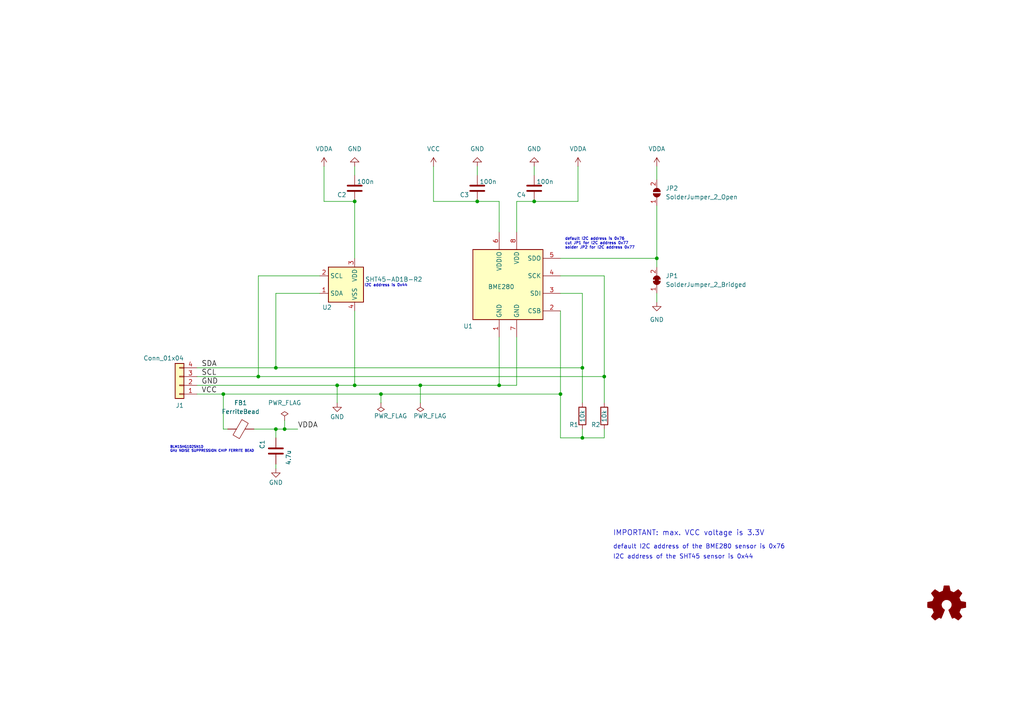
<source format=kicad_sch>
(kicad_sch (version 20230121) (generator eeschema)
  (paper "A4")
  (title_block (title "I2C_Module_SHT45_BME280_small_FUEL4EP") (date "2024-04-16") (rev "1.3") (company "FUEL4EP") (comment 1 "fitting to  HB_Stamp_ATMega1284P_FUEL4EP") (comment 2 "Creative Commons License, non-commercial"))
  (lib_symbols
    (symbol "Connector_Generic:Conn_01x04" (pin_names (offset 1.016) hide)
      (property "Reference" "J" (at 0 5.08 0))
      (property "Value" "Conn_01x04" (at 0 -7.62 0))
      (symbol "Conn_01x04_1_1"
        (rectangle (start -1.27 -4.953) (end 0 -5.207) (stroke (width 0.1524)))
        (rectangle (start -1.27 -2.413) (end 0 -2.667) (stroke (width 0.1524)))
        (rectangle (start -1.27 0.127) (end 0 -0.127) (stroke (width 0.1524)))
        (rectangle (start -1.27 2.667) (end 0 2.413) (stroke (width 0.1524)))
        (rectangle (start -1.27 3.81) (end 1.27 -6.35) (stroke (width 0.254)) (fill (type background)))
        (pin passive line (at -5.08 2.54 0) (length 3.81) (name "Pin_1") (number "1"))
        (pin passive line (at -5.08 0 0) (length 3.81) (name "Pin_2") (number "2"))
        (pin passive line (at -5.08 -2.54 0) (length 3.81) (name "Pin_3") (number "3"))
        (pin passive line (at -5.08 -5.08 0) (length 3.81) (name "Pin_4") (number "4"))
      )
    )
    (symbol "Device:C" (pin_numbers hide) (pin_names (offset 0.254))
      (property "Reference" "C" (at 0.635 2.54 0))
      (property "Value" "C" (at 0.635 -2.54 0))
      (symbol "C_0_1"
        (polyline (pts (xy -2.032 -0.762) (xy 2.032 -0.762)) (stroke (width 0.508)))
        (polyline (pts (xy -2.032 0.762) (xy 2.032 0.762)) (stroke (width 0.508)))
      )
      (symbol "C_1_1"
        (pin passive line (at 0 3.81 270) (length 2.794) (name "~") (number "1"))
        (pin passive line (at 0 -3.81 90) (length 2.794) (name "~") (number "2"))
      )
    )
    (symbol "Device:FerriteBead" (pin_numbers hide) (pin_names (offset 0))
      (property "Reference" "FB" (at -3.81 0.635 90))
      (property "Value" "FerriteBead" (at 3.81 0 90))
      (symbol "FerriteBead_0_1"
        (polyline (pts (xy 0 -1.27) (xy 0 -1.2192)))
        (polyline (pts (xy 0 1.27) (xy 0 1.2954)))
        (polyline (pts (xy -2.7686 0.4064) (xy -1.7018 2.2606) (xy 2.7686 -0.3048) (xy 1.6764 -2.159) (xy -2.7686 0.4064)))
      )
      (symbol "FerriteBead_1_1"
        (pin passive line (at 0 3.81 270) (length 2.54) (name "~") (number "1"))
        (pin passive line (at 0 -3.81 90) (length 2.54) (name "~") (number "2"))
      )
    )
    (symbol "Device:R" (pin_numbers hide) (pin_names (offset 0))
      (property "Reference" "R" (at 2.032 0 90))
      (property "Value" "R" (at 0 0 90))
      (symbol "R_0_1"
        (rectangle (start -1.016 -2.54) (end 1.016 2.54) (stroke (width 0.254)))
      )
      (symbol "R_1_1"
        (pin passive line (at 0 3.81 270) (length 1.27) (name "~") (number "1"))
        (pin passive line (at 0 -3.81 90) (length 1.27) (name "~") (number "2"))
      )
    )
    (symbol "Graphic:Logo_Open_Hardware_Small" (in_bom no) (on_board no)
      (symbol "Logo_Open_Hardware_Small_0_1"
        (polyline (pts (xy 3.3528 -4.3434) (xy 3.302 -4.318) (xy 3.175 -4.2418) (xy 2.9972 -4.1148) (xy 2.7686 -3.9624) (xy 2.54 -3.81) (xy 2.3622 -3.7084) (xy 2.2352 -3.6068) (xy 2.1844 -3.5814) (xy 2.159 -3.6068) (xy 2.0574 -3.6576) (xy 1.905 -3.7338) (xy 1.8034 -3.7846) (xy 1.6764 -3.8354) (xy 1.6002 -3.8354) (xy 1.6002 -3.8354) (xy 1.5494 -3.7338) (xy 1.4732 -3.5306) (xy 1.3462 -3.302) (xy 1.2446 -3.0226) (xy 1.1176 -2.7178) (xy 0.9652 -2.413) (xy 0.8636 -2.1082) (xy 0.7366 -1.8288) (xy 0.6604 -1.6256) (xy 0.6096 -1.4732) (xy 0.5842 -1.397) (xy 0.5842 -1.397) (xy 0.6604 -1.3208) (xy 0.7874 -1.2446) (xy 1.0414 -1.016) (xy 1.2954 -0.6858) (xy 1.4478 -0.3302) (xy 1.524 0.0762) (xy 1.4732 0.4572) (xy 1.3208 0.8128) (xy 1.0668 1.143) (xy 0.762 1.3716) (xy 0.4064 1.524) (xy 0 1.5748) (xy -0.381 1.5494) (xy -0.7366 1.397) (xy -1.0668 1.143) (xy -1.2192 0.9906) (xy -1.397 0.6604) (xy -1.524 0.3048) (xy -1.524 0.2286) (xy -1.4986 -0.1778) (xy -1.397 -0.5334) (xy -1.1938 -0.8636) (xy -0.9144 -1.143) (xy -0.8636 -1.1684) (xy -0.7366 -1.27) (xy -0.635 -1.3462) (xy -0.5842 -1.397) (xy -1.0668 -2.5908) (xy -1.143 -2.794) (xy -1.2954 -3.1242) (xy -1.397 -3.4036) (xy -1.4986 -3.6322) (xy -1.5748 -3.7846) (xy -1.6002 -3.8354) (xy -1.6002 -3.8354) (xy -1.651 -3.8354) (xy -1.7272 -3.81) (xy -1.905 -3.7338) (xy -2.0066 -3.683) (xy -2.1336 -3.6068) (xy -2.2098 -3.5814) (xy -2.2606 -3.6068) (xy -2.3622 -3.683) (xy -2.54 -3.81) (xy -2.7686 -3.9624) (xy -2.9718 -4.0894) (xy -3.1496 -4.2164) (xy -3.302 -4.318) (xy -3.3528 -4.3434) (xy -3.3782 -4.3434) (xy -3.429 -4.318) (xy -3.5306 -4.2164) (xy -3.7084 -4.064) (xy -3.937 -3.8354) (xy -3.9624 -3.81) (xy -4.1656 -3.6068) (xy -4.318 -3.4544) (xy -4.4196 -3.3274) (xy -4.445 -3.2766) (xy -4.445 -3.2766) (xy -4.4196 -3.2258) (xy -4.318 -3.0734) (xy -4.2164 -2.8956) (xy -4.064 -2.667) (xy -3.6576 -2.0828) (xy -3.8862 -1.5494) (xy -3.937 -1.3716) (xy -4.0386 -1.1684) (xy -4.0894 -1.0414) (xy -4.1148 -0.9652) (xy -4.191 -0.9398) (xy -4.318 -0.9144) (xy -4.5466 -0.8636) (xy -4.8006 -0.8128) (xy -5.0546 -0.7874) (xy -5.2578 -0.7366) (xy -5.4356 -0.7112) (xy -5.5118 -0.6858) (xy -5.5118 -0.6858) (xy -5.5372 -0.635) (xy -5.5372 -0.5588) (xy -5.5372 -0.4318) (xy -5.5626 -0.2286) (xy -5.5626 0.0762) (xy -5.5626 0.127) (xy -5.5372 0.4064) (xy -5.5372 0.635) (xy -5.5372 0.762) (xy -5.5372 0.8382) (xy -5.5372 0.8382) (xy -5.461 0.8382) (xy -5.3086 0.889) (xy -5.08 0.9144) (xy -4.826 0.9652) (xy -4.8006 0.9906) (xy -4.5466 1.0414) (xy -4.318 1.0668) (xy -4.1656 1.1176) (xy -4.0894 1.143) (xy -4.0894 1.143) (xy -4.0386 1.2446) (xy -3.9624 1.4224) (xy -3.8608 1.6256) (xy -3.7846 1.8288) (xy -3.7084 2.0066) (xy -3.6576 2.159) (xy -3.6322 2.2098) (xy -3.6322 2.2098) (xy -3.683 2.286) (xy -3.7592 2.413) (xy -3.8862 2.5908) (xy -4.064 2.8194) (xy -4.064 2.8448) (xy -4.2164 3.0734) (xy -4.3434 3.2512) (xy -4.4196 3.3782) (xy -4.445 3.4544) (xy -4.445 3.4544) (xy -4.3942 3.5052) (xy -4.2926 3.6322) (xy -4.1148 3.81) (xy -3.937 4.0132) (xy -3.8608 4.064) (xy -3.6576 4.2926) (xy -3.5052 4.4196) (xy -3.4036 4.4958) (xy -3.3528 4.5212) (xy -3.3528 4.5212) (xy -3.302 4.4704) (xy -3.1496 4.3688) (xy -2.9718 4.2418) (xy -2.7432 4.0894) (xy -2.7178 4.0894) (xy -2.4892 3.937) (xy -2.3114 3.81) (xy -2.1844 3.7084) (xy -2.1336 3.683) (xy -2.1082 3.683) (xy -2.032 3.7084) (xy -1.8542 3.7592) (xy -1.6764 3.8354) (xy -1.4732 3.937) (xy -1.27 4.0132) (xy -1.143 4.064) (xy -1.0668 4.1148) (xy -1.0668 4.1148) (xy -1.0414 4.191) (xy -1.016 4.3434) (xy -0.9652 4.572) (xy -0.9144 4.8514) (xy -0.889 4.9022) (xy -0.8382 5.1562) (xy -0.8128 5.3848) (xy -0.7874 5.5372) (xy -0.762 5.588) (xy -0.7112 5.6134) (xy -0.5842 5.6134) (xy -0.4064 5.6134) (xy -0.1524 5.6134) (xy 0.0762 5.6134) (xy 0.3302 5.6134) (xy 0.5334 5.6134) (xy 0.6858 5.588) (xy 0.7366 5.588) (xy 0.7366 5.588) (xy 0.762 5.5118) (xy 0.8128 5.334) (xy 0.8382 5.1054) (xy 0.9144 4.826) (xy 0.9144 4.7752) (xy 0.9652 4.5212) (xy 1.016 4.2926) (xy 1.0414 4.1402) (xy 1.0668 4.0894) (xy 1.0668 4.0894) (xy 1.1938 4.0386) (xy 1.3716 3.9624) (xy 1.5748 3.8608) (xy 2.0828 3.6576) (xy 2.7178 4.0894) (xy 2.7686 4.1402) (xy 2.9972 4.2926) (xy 3.175 4.4196) (xy 3.302 4.4958) (xy 3.3782 4.5212) (xy 3.3782 4.5212) (xy 3.429 4.4704) (xy 3.556 4.3434) (xy 3.7338 4.191) (xy 3.9116 3.9878) (xy 4.064 3.8354) (xy 4.2418 3.6576) (xy 4.3434 3.556) (xy 4.4196 3.4798) (xy 4.4196 3.429) (xy 4.4196 3.4036) (xy 4.3942 3.3274) (xy 4.2926 3.2004) (xy 4.1656 2.9972) (xy 4.0132 2.794) (xy 3.8862 2.5908) (xy 3.7592 2.3876) (xy 3.6576 2.2352) (xy 3.6322 2.159) (xy 3.6322 2.1336) (xy 3.683 2.0066) (xy 3.7592 1.8288) (xy 3.8608 1.6002) (xy 4.064 1.1176) (xy 4.3942 1.0414) (xy 4.5974 1.016) (xy 4.8768 0.9652) (xy 5.1308 0.9144) (xy 5.5372 0.8382) (xy 5.5626 -0.6604) (xy 5.4864 -0.6858) (xy 5.4356 -0.6858) (xy 5.2832 -0.7366) (xy 5.0546 -0.762) (xy 4.8006 -0.8128) (xy 4.5974 -0.8636) (xy 4.3688 -0.9144) (xy 4.2164 -0.9398) (xy 4.1402 -0.9398) (xy 4.1148 -0.9652) (xy 4.064 -1.0668) (xy 3.9878 -1.2446) (xy 3.9116 -1.4478) (xy 3.81 -1.651) (xy 3.7338 -1.8542) (xy 3.683 -2.0066) (xy 3.6576 -2.0828) (xy 3.683 -2.1336) (xy 3.7846 -2.2606) (xy 3.8862 -2.4638) (xy 4.0386 -2.667) (xy 4.191 -2.8956) (xy 4.318 -3.0734) (xy 4.3942 -3.2004) (xy 4.445 -3.2766) (xy 4.4196 -3.3274) (xy 4.3434 -3.429) (xy 4.1656 -3.5814) (xy 3.937 -3.8354) (xy 3.8862 -3.8608) (xy 3.683 -4.064) (xy 3.5306 -4.2164) (xy 3.4036 -4.318) (xy 3.3528 -4.3434)) (fill (type outline)))
      )
    )
    (symbol "Jumper:SolderJumper_2_Bridged" (pin_names (offset 0) hide)
      (property "Reference" "JP" (at 0 2.032 0))
      (property "Value" "SolderJumper_2_Bridged" (at 0 -2.54 0))
      (symbol "SolderJumper_2_Bridged_0_1"
        (rectangle (start -0.508 0.508) (end 0.508 -0.508) (fill (type outline)))
        (arc (start -0.254 1.016) (mid -1.2656 0) (end -0.254 -1.016))
        (arc (start -0.254 1.016) (mid -1.2656 0) (end -0.254 -1.016) (fill (type outline)))
        (polyline (pts (xy -0.254 1.016) (xy -0.254 -1.016)))
        (polyline (pts (xy 0.254 1.016) (xy 0.254 -1.016)))
        (arc (start 0.254 -1.016) (mid 1.2656 0) (end 0.254 1.016))
        (arc (start 0.254 -1.016) (mid 1.2656 0) (end 0.254 1.016) (fill (type outline)))
      )
      (symbol "SolderJumper_2_Bridged_1_1"
        (pin passive line (at -3.81 0 0) (length 2.54) (name "A") (number "1"))
        (pin passive line (at 3.81 0 180) (length 2.54) (name "B") (number "2"))
      )
    )
    (symbol "Jumper:SolderJumper_2_Open" (pin_names (offset 0) hide)
      (property "Reference" "JP" (at 0 2.032 0))
      (property "Value" "SolderJumper_2_Open" (at 0 -2.54 0))
      (symbol "SolderJumper_2_Open_0_1"
        (arc (start -0.254 1.016) (mid -1.2656 0) (end -0.254 -1.016))
        (arc (start -0.254 1.016) (mid -1.2656 0) (end -0.254 -1.016) (fill (type outline)))
        (polyline (pts (xy -0.254 1.016) (xy -0.254 -1.016)))
        (polyline (pts (xy 0.254 1.016) (xy 0.254 -1.016)))
        (arc (start 0.254 -1.016) (mid 1.2656 0) (end 0.254 1.016))
        (arc (start 0.254 -1.016) (mid 1.2656 0) (end 0.254 1.016) (fill (type outline)))
      )
      (symbol "SolderJumper_2_Open_1_1"
        (pin passive line (at -3.81 0 0) (length 2.54) (name "A") (number "1"))
        (pin passive line (at 3.81 0 180) (length 2.54) (name "B") (number "2"))
      )
    )
    (symbol "Sensor:BME280"
      (property "Reference" "U" (at -8.89 11.43 0))
      (property "Value" "BME280" (at 7.62 11.43 0))
      (symbol "BME280_0_1"
        (rectangle (start -10.16 10.16) (end 10.16 -10.16) (stroke (width 0.254)) (fill (type background)))
      )
      (symbol "BME280_1_1"
        (pin power_in line (at -2.54 -15.24 90) (length 5.08) (name "GND") (number "1"))
        (pin input line (at 15.24 -7.62 180) (length 5.08) (name "CSB") (number "2"))
        (pin bidirectional line (at 15.24 -2.54 180) (length 5.08) (name "SDI") (number "3"))
        (pin input line (at 15.24 2.54 180) (length 5.08) (name "SCK") (number "4"))
        (pin bidirectional line (at 15.24 7.62 180) (length 5.08) (name "SDO") (number "5"))
        (pin power_in line (at -2.54 15.24 270) (length 5.08) (name "VDDIO") (number "6"))
        (pin power_in line (at 2.54 -15.24 90) (length 5.08) (name "GND") (number "7"))
        (pin power_in line (at 2.54 15.24 270) (length 5.08) (name "VDD") (number "8"))
      )
    )
    (symbol "Sensor_Humidity:SHT4x"
      (property "Reference" "U" (at 0 8.89 0))
      (property "Value" "SHT4x" (at 0 6.35 0))
      (symbol "SHT4x_1_1"
        (rectangle (start -5.08 5.08) (end 5.08 -5.08) (stroke (width 0.254)) (fill (type background)))
        (pin bidirectional line (at -7.62 -2.54 0) (length 2.54) (name "SDA") (number "1"))
        (pin input line (at -7.62 2.54 0) (length 2.54) (name "SCL") (number "2"))
        (pin power_in line (at 2.54 7.62 270) (length 2.54) (name "VDD") (number "3"))
        (pin power_in line (at 2.54 -7.62 90) (length 2.54) (name "VSS") (number "4"))
      )
    )
    (symbol "power:GND" (power) (pin_names (offset 0))
      (property "Value" "GND" (at 0 -3.81 0))
      (symbol "GND_0_1"
        (polyline (pts (xy 0 0) (xy 0 -1.27) (xy 1.27 -1.27) (xy 0 -2.54) (xy -1.27 -1.27) (xy 0 -1.27)))
      )
      (symbol "GND_1_1"
        (pin power_in line (at 0 0 270) (length 0) hide (name "GND") (number "1"))
      )
    )
    (symbol "power:PWR_FLAG" (power) (pin_numbers hide) (pin_names (offset 0) hide)
      (property "Value" "PWR_FLAG" (at 0 3.81 0))
      (symbol "PWR_FLAG_0_0"
        (pin power_out line (at 0 0 90) (length 0) (name "pwr") (number "1"))
      )
      (symbol "PWR_FLAG_0_1"
        (polyline (pts (xy 0 0) (xy 0 1.27) (xy -1.016 1.905) (xy 0 2.54) (xy 1.016 1.905) (xy 0 1.27)))
      )
    )
    (symbol "power:VCC" (power) (pin_names (offset 0))
      (property "Value" "VCC" (at 0 3.81 0))
      (symbol "VCC_0_1"
        (polyline (pts (xy -0.762 1.27) (xy 0 2.54)))
        (polyline (pts (xy 0 0) (xy 0 2.54)))
        (polyline (pts (xy 0 2.54) (xy 0.762 1.27)))
      )
      (symbol "VCC_1_1"
        (pin power_in line (at 0 0 90) (length 0) hide (name "VCC") (number "1"))
      )
    )
    (symbol "power:VDDA" (power) (pin_names (offset 0))
      (property "Value" "VDDA" (at 0 3.81 0))
      (symbol "VDDA_0_1"
        (polyline (pts (xy -0.762 1.27) (xy 0 2.54)))
        (polyline (pts (xy 0 0) (xy 0 2.54)))
        (polyline (pts (xy 0 2.54) (xy 0.762 1.27)))
      )
      (symbol "VDDA_1_1"
        (pin power_in line (at 0 0 90) (length 0) hide (name "VDDA") (number "1"))
      )
    )
  )
  (junction (at 175.26 109.22))
  (junction (at 64.77 114.3))
  (junction (at 162.56 114.3))
  (junction (at 154.94 58.42))
  (junction (at 168.91 127))
  (junction (at 80.01 124.46))
  (junction (at 102.87 58.42))
  (junction (at 138.43 58.42))
  (junction (at 97.79 111.76))
  (junction (at 80.01 106.68))
  (junction (at 168.91 106.68))
  (junction (at 121.92 111.76))
  (junction (at 144.78 111.76))
  (junction (at 74.93 109.22))
  (junction (at 82.55 124.46))
  (junction (at 110.49 114.3))
  (junction (at 102.87 111.76))
  (junction (at 190.5 74.93))
  (wire (pts (xy 168.91 85.09) (xy 168.91 106.68)))
  (wire (pts (xy 162.56 85.09) (xy 168.91 85.09)))
  (wire (pts (xy 57.15 109.22) (xy 74.93 109.22)))
  (wire (pts (xy 97.79 111.76) (xy 102.87 111.76)))
  (wire (pts (xy 190.5 74.93) (xy 162.56 74.93)))
  (wire (pts (xy 162.56 80.01) (xy 175.26 80.01)))
  (wire (pts (xy 175.26 80.01) (xy 175.26 109.22)))
  (wire (pts (xy 162.56 127) (xy 162.56 114.3)))
  (wire (pts (xy 80.01 106.68) (xy 168.91 106.68)))
  (wire (pts (xy 144.78 67.31) (xy 144.78 58.42)))
  (wire (pts (xy 190.5 48.26) (xy 190.5 52.07)))
  (wire (pts (xy 57.15 106.68) (xy 80.01 106.68)))
  (wire (pts (xy 138.43 48.26) (xy 138.43 50.8)))
  (wire (pts (xy 149.86 58.42) (xy 154.94 58.42)))
  (wire (pts (xy 86.36 124.46) (xy 82.55 124.46)))
  (wire (pts (xy 97.79 111.76) (xy 97.79 116.84)))
  (wire (pts (xy 167.64 48.26) (xy 167.64 58.42)))
  (wire (pts (xy 110.49 114.3) (xy 162.56 114.3)))
  (wire (pts (xy 121.92 111.76) (xy 144.78 111.76)))
  (wire (pts (xy 168.91 127) (xy 162.56 127)))
  (wire (pts (xy 175.26 124.46) (xy 175.26 127)))
  (wire (pts (xy 138.43 58.42) (xy 144.78 58.42)))
  (wire (pts (xy 74.93 80.01) (xy 74.93 109.22)))
  (wire (pts (xy 110.49 116.84) (xy 110.49 114.3)))
  (wire (pts (xy 80.01 134.62) (xy 80.01 135.89)))
  (wire (pts (xy 190.5 59.69) (xy 190.5 74.93)))
  (wire (pts (xy 190.5 85.09) (xy 190.5 87.63)))
  (wire (pts (xy 82.55 124.46) (xy 80.01 124.46)))
  (wire (pts (xy 149.86 97.79) (xy 149.86 111.76)))
  (wire (pts (xy 154.94 58.42) (xy 167.64 58.42)))
  (wire (pts (xy 102.87 90.17) (xy 102.87 111.76)))
  (wire (pts (xy 74.93 109.22) (xy 175.26 109.22)))
  (wire (pts (xy 82.55 121.92) (xy 82.55 124.46)))
  (wire (pts (xy 190.5 74.93) (xy 190.5 77.47)))
  (wire (pts (xy 162.56 90.17) (xy 162.56 114.3)))
  (wire (pts (xy 80.01 124.46) (xy 80.01 127)))
  (wire (pts (xy 149.86 67.31) (xy 149.86 58.42)))
  (wire (pts (xy 168.91 106.68) (xy 168.91 116.84)))
  (wire (pts (xy 125.73 58.42) (xy 138.43 58.42)))
  (wire (pts (xy 64.77 114.3) (xy 110.49 114.3)))
  (wire (pts (xy 92.71 85.09) (xy 80.01 85.09)))
  (wire (pts (xy 154.94 48.26) (xy 154.94 50.8)))
  (wire (pts (xy 144.78 111.76) (xy 149.86 111.76)))
  (wire (pts (xy 57.15 114.3) (xy 64.77 114.3)))
  (wire (pts (xy 64.77 124.46) (xy 66.04 124.46)))
  (wire (pts (xy 125.73 48.26) (xy 125.73 58.42)))
  (wire (pts (xy 175.26 109.22) (xy 175.26 116.84)))
  (wire (pts (xy 57.15 111.76) (xy 97.79 111.76)))
  (wire (pts (xy 175.26 127) (xy 168.91 127)))
  (wire (pts (xy 73.66 124.46) (xy 80.01 124.46)))
  (wire (pts (xy 93.98 58.42) (xy 102.87 58.42)))
  (wire (pts (xy 144.78 97.79) (xy 144.78 111.76)))
  (wire (pts (xy 168.91 124.46) (xy 168.91 127)))
  (wire (pts (xy 93.98 48.26) (xy 93.98 58.42)))
  (wire (pts (xy 102.87 58.42) (xy 102.87 74.93)))
  (wire (pts (xy 121.92 111.76) (xy 121.92 116.84)))
  (wire (pts (xy 74.93 80.01) (xy 92.71 80.01)))
  (wire (pts (xy 64.77 114.3) (xy 64.77 124.46)))
  (wire (pts (xy 102.87 48.26) (xy 102.87 50.8)))
  (wire (pts (xy 80.01 85.09) (xy 80.01 106.68)))
  (wire (pts (xy 102.87 111.76) (xy 121.92 111.76)))
  (text "cut JP1 for I2C address 0x77\n" (at 163.83 71.12 0) (effects (font (size 0.8 0.8)) (justify left bottom)))
  (text "I2C address is 0x44\n" (at 105.664 83.312 0) (effects (font (size 0.8 0.8)) (justify left bottom)))
  (text "BLM15HG102SN1D\nGHz NOISE SUPPRESSION CHIP FERRITE BEAD" (at 49.276 131.318 0) (effects (font (size 0.7 0.7)) (justify left bottom)))
  (text "solder JP2 for I2C address 0x77\n" (at 163.83 72.39 0) (effects (font (size 0.8 0.8)) (justify left bottom)))
  (text "default I2C address of the BME280 sensor is 0x76\n" (at 177.8 159.385 0) (effects (font (size 1.27 1.27)) (justify left bottom)))
  (text "I2C address of the SHT45 sensor is 0x44\n" (at 177.8 162.306 0) (effects (font (size 1.27 1.27)) (justify left bottom)))
  (text "default I2C address is 0x76\n" (at 163.83 69.85 0) (effects (font (size 0.8 0.8)) (justify left bottom)))
  (text "IMPORTANT: max. VCC voltage is 3.3V" (at 177.8 155.575 0) (effects (font (size 1.524 1.524)) (justify left bottom)))
  (label "VCC" (at 58.42 114.3 0) (effects (font (size 1.524 1.524))))
  (label "SCL" (at 58.42 109.22 0) (effects (font (size 1.524 1.524))))
  (label "GND" (at 58.42 111.76 0) (effects (font (size 1.524 1.524))))
  (label "VDDA" (at 86.36 124.46 0) (effects (font (size 1.524 1.524))))
  (label "SDA" (at 58.42 106.68 0) (effects (font (size 1.524 1.524))))
  (symbol (lib_id "Connector_Generic:Conn_01x04") (at 52.07 111.76 180) (unit 1)
    (property "Reference" "J1" (at 53.34 117.602 0) (effects (justify left)))
    (property "Value" "Conn_01x04" (at 53.34 103.886 0) (effects (justify left)))
    (property "Footprint" "Connector_PinHeader_2.54mm:PinHeader_1x04_P2.54mm_Vertical" (effects hide))
  )
  (symbol (lib_id "Graphic:Logo_Open_Hardware_Small") (at 274.574 175.514 0) (unit 1)
    (property "Reference" "LOGO1" (effects hide))
    (property "Value" "Logo_Open_Hardware_Small" (effects hide))
    (property "Footprint" "FUEL4EP:CC-BY-ND-SA" (effects hide))
    (property "Sim.Enable" "0" (effects hide))
  )
  (symbol (lib_id "Device:R") (at 168.91 120.65 0) (unit 1)
    (property "Reference" "R1" (at 165.1 123.19 0) (effects (justify left)))
    (property "Value" "10k" (at 168.91 122.555 90) (effects (justify left)))
    (property "Footprint" "Resistor_SMD:R_0402_1005Metric" (effects hide))
    (property "LCSC" "C25744" (effects hide))
    (property "TYPE" "0402" (effects hide))
  )
  (symbol (lib_id "power:GND") (at 138.43 48.26 180) (unit 1)
    (property "Reference" "#PWR04" (effects hide))
    (property "Value" "GND" (at 138.43 43.18 0))
  )
  (symbol (lib_id "power:VDDA") (at 93.98 48.26 0) (unit 1)
    (property "Reference" "#PWR06" (effects hide))
    (property "Value" "VDDA" (at 93.98 43.18 0))
  )
  (symbol (lib_id "Device:FerriteBead") (at 69.85 124.46 90) (unit 1)
    (property "Reference" "FB1" (at 69.7992 116.84 90))
    (property "Value" "FerriteBead" (at 69.7992 119.38 90))
    (property "Footprint" "Inductor_SMD:L_0402_1005Metric" (effects hide))
    (property "LCSC" "C76889" (effects hide))
    (property "TYPE" "0402" (effects hide))
  )
  (symbol (lib_id "Device:C") (at 154.94 54.61 0) (unit 1)
    (property "Reference" "C4" (at 149.86 56.515 0) (effects (justify left)))
    (property "Value" "100n" (at 155.575 52.705 0) (effects (justify left)))
    (property "Footprint" "Capacitor_SMD:C_0603_1608Metric" (effects hide))
    (property "LCSC" "C14663" (effects hide))
    (property "TYPE" "0603" (effects hide))
  )
  (symbol (lib_id "power:GND") (at 97.79 116.84 0) (unit 1)
    (property "Reference" "#PWR02" (effects hide))
    (property "Value" "GND" (at 97.79 120.904 0))
  )
  (symbol (lib_id "power:GND") (at 154.94 48.26 180) (unit 1)
    (property "Reference" "#PWR05" (effects hide))
    (property "Value" "GND" (at 154.94 43.18 0))
  )
  (symbol (lib_id "power:GND") (at 190.5 87.63 0) (unit 1)
    (property "Reference" "#PWR010" (effects hide))
    (property "Value" "GND" (at 190.5 92.71 0))
  )
  (symbol (lib_id "Sensor_Humidity:SHT4x") (at 100.33 82.55 0) (unit 1)
    (property "Reference" "U2" (at 93.472 89.154 0) (effects (justify left)))
    (property "Value" "SHT45-AD1B-R2" (at 105.918 81.026 0) (effects (justify left)))
    (property "Footprint" "FUEL4EP:SHT4X" (effects hide))
    (property "Datasheet" "https://sensirion.com/media/documents/33FD6951/624C4357/Datasheet_SHT4x.pdf" (effects hide))
    (property "LCSC" "C5221601" (effects hide))
    (property "TYPE" "DFN-4" (effects hide))
  )
  (symbol (lib_id "power:VCC") (at 125.73 48.26 0) (unit 1)
    (property "Reference" "#PWR03" (effects hide))
    (property "Value" "VCC" (at 125.73 43.18 0))
  )
  (symbol (lib_id "power:PWR_FLAG") (at 82.55 121.92 0) (unit 1)
    (property "Reference" "#FLG0101" (effects hide))
    (property "Value" "PWR_FLAG" (at 82.55 116.84 0))
  )
  (symbol (lib_id "Device:C") (at 102.87 54.61 0) (unit 1)
    (property "Reference" "C2" (at 97.79 56.515 0) (effects (justify left)))
    (property "Value" "100n" (at 103.505 52.705 0) (effects (justify left)))
    (property "Footprint" "Capacitor_SMD:C_0603_1608Metric" (effects hide))
    (property "LCSC" "C14663" (effects hide))
    (property "TYPE" "0603" (effects hide))
  )
  (symbol (lib_id "Sensor:BME280") (at 147.32 82.55 0) (unit 1)
    (property "Reference" "U1" (at 137.16 94.615 0) (effects (justify right)))
    (property "Value" "BME280" (at 149.225 83.185 0) (effects (justify right)))
    (property "Footprint" "Package_LGA:Bosch_LGA-8_2.5x2.5mm_P0.65mm_ClockwisePinNumbering" (effects hide))
    (property "Datasheet" "https://www.bosch-sensortec.com/media/boschsensortec/downloads/datasheets/bst-bme280-ds002.pdf" (effects hide))
    (property "LCSC" "C92489" (effects hide))
    (property "TYPE" "LGA-8" (effects hide))
  )
  (symbol (lib_id "power:PWR_FLAG") (at 110.49 116.84 180) (unit 1)
    (property "Reference" "#FLG0102" (effects hide))
    (property "Value" "PWR_FLAG" (at 108.458 120.65 0) (effects (justify right)))
  )
  (symbol (lib_id "Device:C") (at 80.01 130.81 0) (unit 1)
    (property "Reference" "C1" (at 76.073 128.905 90))
    (property "Value" "4.7u" (at 83.693 132.715 90))
    (property "Footprint" "Capacitor_SMD:C_0603_1608Metric" (effects hide))
    (property "LCSC" "C19666" (effects hide))
    (property "TYPE" "0603" (effects hide))
  )
  (symbol (lib_id "Device:C") (at 138.43 54.61 0) (unit 1)
    (property "Reference" "C3" (at 133.35 56.515 0) (effects (justify left)))
    (property "Value" "100n" (at 139.065 52.705 0) (effects (justify left)))
    (property "Footprint" "Capacitor_SMD:C_0603_1608Metric" (effects hide))
    (property "LCSC" "C14663" (effects hide))
    (property "TYPE" "0603" (effects hide))
  )
  (symbol (lib_id "power:VDDA") (at 190.5 48.26 0) (unit 1)
    (property "Reference" "#PWR0101" (effects hide))
    (property "Value" "VDDA" (at 190.5 43.18 0))
  )
  (symbol (lib_id "Jumper:SolderJumper_2_Bridged") (at 190.5 81.28 90) (unit 1)
    (property "Reference" "JP1" (at 193.04 80.0099 90) (effects (justify right)))
    (property "Value" "SolderJumper_2_Bridged" (at 193.04 82.5499 90) (effects (justify right)))
    (property "Footprint" "Jumper:SolderJumper-2_P1.3mm_Bridged_Pad1.0x1.5mm" (effects hide))
  )
  (symbol (lib_id "power:GND") (at 80.01 135.89 0) (unit 1)
    (property "Reference" "#PWR0103" (effects hide))
    (property "Value" "GND" (at 80.01 139.954 0))
  )
  (symbol (lib_id "Jumper:SolderJumper_2_Open") (at 190.5 55.88 90) (unit 1)
    (property "Reference" "JP2" (at 193.04 54.61 90) (effects (justify right)))
    (property "Value" "SolderJumper_2_Open" (at 193.04 57.15 90) (effects (justify right)))
    (property "Footprint" "Jumper:SolderJumper-2_P1.3mm_Open_Pad1.0x1.5mm" (effects hide))
  )
  (symbol (lib_id "power:PWR_FLAG") (at 121.92 116.84 180) (unit 1)
    (property "Reference" "#FLG02" (effects hide))
    (property "Value" "PWR_FLAG" (at 119.888 120.65 0) (effects (justify right)))
  )
  (symbol (lib_id "power:GND") (at 102.87 48.26 180) (unit 1)
    (property "Reference" "#PWR09" (effects hide))
    (property "Value" "GND" (at 102.87 43.18 0))
  )
  (symbol (lib_id "power:VDDA") (at 167.64 48.26 0) (unit 1)
    (property "Reference" "#PWR0102" (effects hide))
    (property "Value" "VDDA" (at 167.64 43.18 0))
  )
  (symbol (lib_id "Device:R") (at 175.26 120.65 0) (unit 1)
    (property "Reference" "R2" (at 171.45 123.19 0) (effects (justify left)))
    (property "Value" "10k" (at 175.26 122.555 90) (effects (justify left)))
    (property "Footprint" "Resistor_SMD:R_0402_1005Metric" (effects hide))
    (property "LCSC" "C25744" (effects hide))
    (property "TYPE" "0402" (effects hide))
  )
)
</source>
